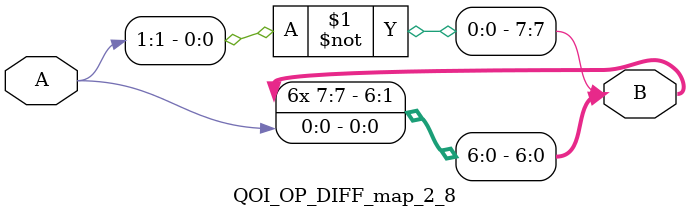
<source format=v>
`timescale 1ns / 1ps

/*
00 = -2 = 254 = 1111 1110
01 = -1 = 255 = 1111 1111
10 =  0 =   0 = 0000 0000
11 =  1 =   1 = 0000 0001
*/


module QOI_OP_DIFF_map_2_8
                (
                    input wire [1:0]A,
                    output wire [8-1:0]B
                );


assign B[0] = A[0];
assign B[7:1] = {7{~A[1]}};

endmodule

</source>
